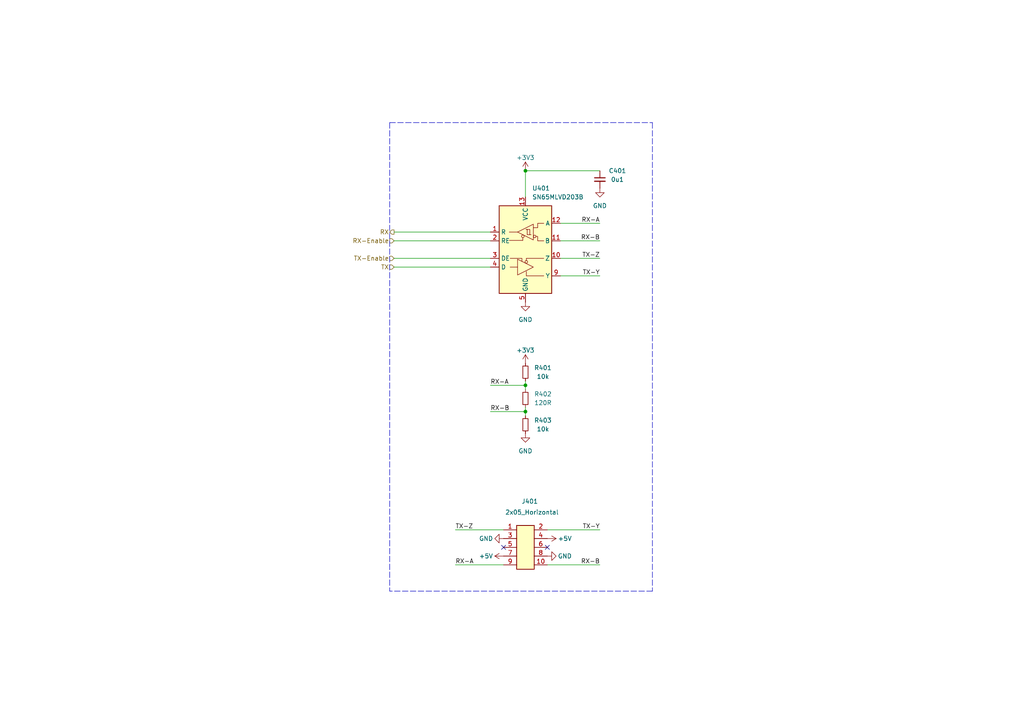
<source format=kicad_sch>
(kicad_sch (version 20231120) (generator "eeschema") (generator_version "8.0")
  (paper "A4")
  (title_block (title "V2 Link") (date "2023-03-29") (rev "3") (company "Socket"))
  (lib_symbols
    (symbol "Device:C_Small" (pin_numbers hide) (pin_names (offset 0.254) hide)
      (property "Reference" "C" (at 0.254 1.778 0))
      (property "Value" "C_Small" (at 0.254 -2.032 0))
      (symbol "C_Small_0_1"
        (polyline (pts (xy -1.524 -0.508) (xy 1.524 -0.508)) (stroke (width 0.3302)))
        (polyline (pts (xy -1.524 0.508) (xy 1.524 0.508)) (stroke (width 0.3048)))
      )
      (symbol "C_Small_1_1"
        (pin passive line (at 0 2.54 270) (length 2.032) (name "~") (number "1"))
        (pin passive line (at 0 -2.54 90) (length 2.032) (name "~") (number "2"))
      )
    )
    (symbol "Device:R_Small" (pin_numbers hide) (pin_names (offset 0.254) hide)
      (property "Reference" "R" (at 0.762 0.508 0))
      (property "Value" "R_Small" (at 0.762 -1.016 0))
      (symbol "R_Small_0_1"
        (rectangle (start -0.762 1.778) (end 0.762 -1.778) (stroke (width 0.2032)))
      )
      (symbol "R_Small_1_1"
        (pin passive line (at 0 2.54 270) (length 0.762) (name "~") (number "1"))
        (pin passive line (at 0 -2.54 90) (length 0.762) (name "~") (number "2"))
      )
    )
    (symbol "V2_Connector_Header_1.27mm:2x05_Horizontal" (pin_names hide)
      (property "Reference" "J" (at 0 12.7 0))
      (property "Value" "2x05_Horizontal" (at 1.27 10.16 0))
      (symbol "2x05_Horizontal_1_1"
        (rectangle (start -2.54 6.35) (end 2.54 -6.35) (stroke (width 0.254)) (fill (type background)))
        (pin passive line (at -6.35 5.08 0) (length 3.81) (name "Pin_1") (number "1"))
        (pin passive line (at 6.35 -5.08 180) (length 3.81) (name "Pin_10") (number "10"))
        (pin passive line (at 6.35 5.08 180) (length 3.81) (name "Pin_2") (number "2"))
        (pin passive line (at -6.35 2.54 0) (length 3.81) (name "Pin_3") (number "3"))
        (pin passive line (at 6.35 2.54 180) (length 3.81) (name "Pin_4") (number "4"))
        (pin passive line (at -6.35 0 0) (length 3.81) (name "Pin_5") (number "5"))
        (pin passive line (at 6.35 0 180) (length 3.81) (name "Pin_6") (number "6"))
        (pin passive line (at -6.35 -2.54 0) (length 3.81) (name "Pin_7") (number "7"))
        (pin passive line (at 6.35 -2.54 180) (length 3.81) (name "Pin_8") (number "8"))
        (pin passive line (at -6.35 -5.08 0) (length 3.81) (name "Pin_9") (number "9"))
      )
    )
    (symbol "V2_Interface_LVDS:SN65MLVD203B"
      (property "Reference" "U" (at -8.89 8.89 0))
      (property "Value" "SN65MLVD203B" (at 1.27 8.89 0))
      (symbol "SN65MLVD203B_0_1"
        (rectangle (start -7.62 12.7) (end 7.62 -12.7) (stroke (width 0.254)) (fill (type background)))
        (circle (center -0.7445 3.8547) (radius 0.381))
        (polyline (pts (xy -4.445 -5.08) (xy -2.286 -5.08)))
        (polyline (pts (xy -2.286 5.08) (xy -4.699 5.08)))
        (polyline (pts (xy -0.762 2.667) (xy -4.699 2.667)))
        (polyline (pts (xy -0.762 3.429) (xy -0.762 2.667)))
        (polyline (pts (xy -1.016 -3.429) (xy -1.016 -2.54) (xy -4.445 -2.54)))
        (polyline (pts (xy 1.27 4.318) (xy 1.27 5.842) (xy 0.381 5.842)))
        (polyline (pts (xy 5.334 -7.62) (xy 0.254 -7.62) (xy 0.254 -6.35)))
        (polyline (pts (xy 5.334 -2.54) (xy 0.254 -2.54) (xy 0.254 -3.175)))
        (polyline (pts (xy -2.286 -2.794) (xy -2.286 -7.366) (xy 2.286 -5.08) (xy -2.286 -2.794)))
        (polyline (pts (xy 2.286 6.35) (xy 3.556 6.35) (xy 3.556 7.62) (xy 5.334 7.62)))
        (polyline (pts (xy 2.286 7.366) (xy 2.286 2.794) (xy -2.286 5.08) (xy 2.286 7.366)))
        (polyline (pts (xy 3.048 3.81) (xy 3.556 3.81) (xy 3.556 2.54) (xy 5.334 2.54)))
        (polyline (pts (xy 1.651 4.318) (xy 0.635 4.318) (xy 0.508 4.318) (xy 0.508 5.842) (xy 0.127 5.842)))
        (circle (center 0.254 -3.556) (radius 0.381))
        (circle (center 2.667 3.81) (radius 0.381))
      )
      (symbol "SN65MLVD203B_1_1"
        (pin output line (at -10.16 5.08 0) (length 2.54) (name "R") (number "1"))
        (pin output line (at 10.16 -2.54 180) (length 2.54) (name "Z") (number "10"))
        (pin input line (at 10.16 2.54 180) (length 2.54) (name "B") (number "11"))
        (pin input line (at 10.16 7.62 180) (length 2.54) (name "A") (number "12"))
        (pin power_in line (at 0 15.24 270) (length 2.54) (name "VCC") (number "13"))
        (pin passive line (at 0 15.24 270) (length 2.54) hide (name "VCC") (number "14"))
        (pin no_connect line (at 0 -34.29 0) (length 2.54) hide (name "") (number "15"))
        (pin no_connect line (at 0 -36.83 0) (length 2.54) hide (name "") (number "16"))
        (pin passive line (at 0 -15.24 90) (length 2.54) hide (name "GND") (number "17"))
        (pin input line (at -10.16 2.54 0) (length 2.54) (name "RE") (number "2"))
        (pin input line (at -10.16 -2.54 0) (length 2.54) (name "DE") (number "3"))
        (pin input line (at -10.16 -5.08 0) (length 2.54) (name "D") (number "4"))
        (pin power_in line (at 0 -15.24 90) (length 2.54) (name "GND") (number "5"))
        (pin passive line (at 0 -15.24 90) (length 2.54) hide (name "GND") (number "6"))
        (pin no_connect line (at 0 -29.21 0) (length 2.54) hide (name "") (number "7"))
        (pin no_connect line (at 0 -31.75 0) (length 2.54) hide (name "") (number "8"))
        (pin output line (at 10.16 -7.62 180) (length 2.54) (name "Y") (number "9"))
      )
    )
    (symbol "power:+3V3" (power) (pin_names (offset 0))
      (property "Value" "+3V3" (at 0 3.556 0))
      (symbol "+3V3_0_1"
        (polyline (pts (xy -0.762 1.27) (xy 0 2.54)))
        (polyline (pts (xy 0 0) (xy 0 2.54)))
        (polyline (pts (xy 0 2.54) (xy 0.762 1.27)))
      )
      (symbol "+3V3_1_1"
        (pin power_in line (at 0 0 90) (length 0) hide (name "+3V3") (number "1"))
      )
    )
    (symbol "power:+5V" (power) (pin_names (offset 0))
      (property "Value" "+5V" (at 0 3.556 0))
      (symbol "+5V_0_1"
        (polyline (pts (xy -0.762 1.27) (xy 0 2.54)))
        (polyline (pts (xy 0 0) (xy 0 2.54)))
        (polyline (pts (xy 0 2.54) (xy 0.762 1.27)))
      )
      (symbol "+5V_1_1"
        (pin power_in line (at 0 0 90) (length 0) hide (name "+5V") (number "1"))
      )
    )
    (symbol "power:GND" (power) (pin_names (offset 0))
      (property "Value" "GND" (at 0 -3.81 0))
      (symbol "GND_0_1"
        (polyline (pts (xy 0 0) (xy 0 -1.27) (xy 1.27 -1.27) (xy 0 -2.54) (xy -1.27 -1.27) (xy 0 -1.27)))
      )
      (symbol "GND_1_1"
        (pin power_in line (at 0 0 270) (length 0) hide (name "GND") (number "1"))
      )
    )
  )
  (junction (at 152.4 49.53))
  (junction (at 152.4 119.38))
  (junction (at 152.4 111.76))
  (no_connect (at 146.05 158.75))
  (no_connect (at 158.75 158.75))
  (wire (pts (xy 152.4 110.49) (xy 152.4 111.76)))
  (wire (pts (xy 152.4 111.76) (xy 152.4 113.03)))
  (wire (pts (xy 152.4 119.38) (xy 142.24 119.38)))
  (wire (pts (xy 152.4 119.38) (xy 152.4 120.65)))
  (wire (pts (xy 152.4 49.53) (xy 173.99 49.53)))
  (wire (pts (xy 152.4 111.76) (xy 142.24 111.76)))
  (wire (pts (xy 114.3 69.85) (xy 142.24 69.85)))
  (wire (pts (xy 146.05 163.83) (xy 132.08 163.83)))
  (wire (pts (xy 114.3 74.93) (xy 142.24 74.93)))
  (polyline (pts (xy 113.03 35.56) (xy 113.03 171.45)) (stroke (width 0) (type dash)))
  (polyline (pts (xy 113.03 35.56) (xy 189.23 35.56)) (stroke (width 0) (type dash)))
  (wire (pts (xy 114.3 67.31) (xy 142.24 67.31)))
  (wire (pts (xy 162.56 80.01) (xy 173.99 80.01)))
  (wire (pts (xy 162.56 69.85) (xy 173.99 69.85)))
  (wire (pts (xy 158.75 153.67) (xy 173.99 153.67)))
  (wire (pts (xy 162.56 74.93) (xy 173.99 74.93)))
  (wire (pts (xy 152.4 49.53) (xy 152.4 57.15)))
  (wire (pts (xy 146.05 153.67) (xy 132.08 153.67)))
  (polyline (pts (xy 189.23 35.56) (xy 189.23 171.45)) (stroke (width 0) (type dash)))
  (wire (pts (xy 162.56 64.77) (xy 173.99 64.77)))
  (polyline (pts (xy 189.23 171.45) (xy 113.03 171.45)) (stroke (width 0) (type dash)))
  (wire (pts (xy 114.3 77.47) (xy 142.24 77.47)))
  (wire (pts (xy 158.75 163.83) (xy 173.99 163.83)))
  (wire (pts (xy 152.4 118.11) (xy 152.4 119.38)))
  (label "RX-A" (at 132.08 163.83 0))
  (label "TX-Z" (at 132.08 153.67 0))
  (label "RX-A" (at 142.24 111.76 0))
  (label "TX-Y" (at 173.99 80.01 180))
  (label "TX-Y" (at 173.99 153.67 180))
  (label "RX-A" (at 173.99 64.77 180))
  (label "RX-B" (at 173.99 69.85 180))
  (label "RX-B" (at 142.24 119.38 0))
  (label "TX-Z" (at 173.99 74.93 180))
  (label "RX-B" (at 173.99 163.83 180))
  (hierarchical_label "TX-Enable" (shape input) (at 114.3 74.93 180))
  (hierarchical_label "RX-Enable" (shape input) (at 114.3 69.85 180))
  (hierarchical_label "TX" (shape input) (at 114.3 77.47 180))
  (hierarchical_label "RX" (shape output) (at 114.3 67.31 180))
  (symbol (lib_id "power:+3V3") (at 152.4 49.53 0) (unit 1)
    (property "Reference" "#PWR0401" (effects (hide yes)))
    (property "Value" "+3V3" (at 152.4 45.72 0))
  )
  (symbol (lib_id "Device:R_Small") (at 152.4 107.95 0) (unit 1)
    (property "Reference" "R401" (at 157.48 106.68 0))
    (property "Value" "10k" (at 157.48 109.22 0))
    (property "Footprint" "Resistor_SMD:R_0603_1608Metric" (effects (hide yes)))
  )
  (symbol (lib_id "power:+3V3") (at 152.4 105.41 0) (unit 1)
    (property "Reference" "#PWR0404" (effects (hide yes)))
    (property "Value" "+3V3" (at 152.4 101.6 0))
  )
  (symbol (lib_id "V2_Interface_LVDS:SN65MLVD203B") (at 152.4 72.39 0) (unit 1)
    (property "Reference" "U401" (at 154.3559 54.61 0) (effects (justify left)))
    (property "Value" "SN65MLVD203B" (at 154.3559 57.15 0) (effects (justify left)))
    (property "Footprint" "V2_Package_DFN_QFN:WQFN-16-1EP_4x4mm_P0.65mm_EP2.7x2.7mm_ThermalVias" (effects (hide yes)))
  )
  (symbol (lib_id "power:GND") (at 146.05 156.21 270) (unit 1)
    (property "Reference" "#PWR0406" (effects (hide yes)))
    (property "Value" "GND" (at 140.97 156.2099 90))
  )
  (symbol (lib_id "power:GND") (at 152.4 87.63 0) (unit 1)
    (property "Reference" "#PWR0403" (effects (hide yes)))
    (property "Value" "GND" (at 152.4 92.71 0))
  )
  (symbol (lib_id "power:GND") (at 173.99 54.61 0) (unit 1)
    (property "Reference" "#PWR0402" (effects (hide yes)))
    (property "Value" "GND" (at 173.99 59.69 0))
  )
  (symbol (lib_id "Device:R_Small") (at 152.4 115.57 0) (unit 1)
    (property "Reference" "R402" (at 157.48 114.3 0))
    (property "Value" "120R" (at 157.48 116.84 0))
    (property "Footprint" "Resistor_SMD:R_0603_1608Metric" (effects (hide yes)))
  )
  (symbol (lib_id "power:GND") (at 152.4 125.73 0) (unit 1)
    (property "Reference" "#PWR0405" (effects (hide yes)))
    (property "Value" "GND" (at 152.4 130.81 0))
  )
  (symbol (lib_id "Device:R_Small") (at 152.4 123.19 0) (unit 1)
    (property "Reference" "R403" (at 157.48 121.92 0))
    (property "Value" "10k" (at 157.48 124.46 0))
    (property "Footprint" "Resistor_SMD:R_0603_1608Metric" (effects (hide yes)))
  )
  (symbol (lib_id "power:GND") (at 158.75 161.29 90) (unit 1)
    (property "Reference" "#PWR0409" (effects (hide yes)))
    (property "Value" "GND" (at 163.83 161.29 90))
  )
  (symbol (lib_id "V2_Connector_Header_1.27mm:2x05_Horizontal") (at 152.4 158.75 0) (unit 1) (exclude_from_sim yes)
    (property "Reference" "J401" (at 153.67 145.415 0))
    (property "Value" "2x05_Horizontal" (at 154.305 148.59 0))
    (property "Footprint" "V2_Connector_Header_1.27mm:PinHeader_2x05_P1.27mm_Horizontal" (effects (hide yes)))
  )
  (symbol (lib_id "Device:C_Small") (at 173.99 52.07 0) (unit 1)
    (property "Reference" "C401" (at 176.53 49.5362 0) (effects (justify left)))
    (property "Value" "0u1" (at 179.07 52.0762 0))
    (property "Footprint" "Capacitor_SMD:C_0603_1608Metric" (effects (hide yes)))
  )
  (symbol (lib_id "power:+5V") (at 146.05 161.29 90) (unit 1)
    (property "Reference" "#PWR0408" (effects (hide yes)))
    (property "Value" "+5V" (at 140.97 161.29 90))
  )
  (symbol (lib_id "power:+5V") (at 158.75 156.21 270) (unit 1)
    (property "Reference" "#PWR0407" (effects (hide yes)))
    (property "Value" "+5V" (at 163.83 156.21 90))
  )
)
</source>
